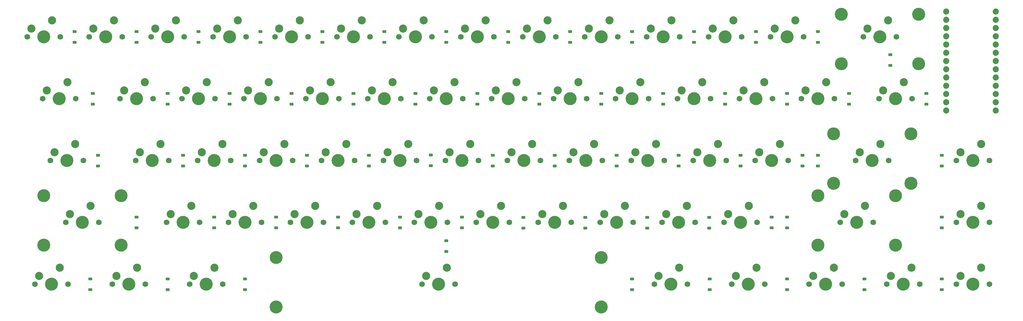
<source format=gbs>
G04 #@! TF.GenerationSoftware,KiCad,Pcbnew,8.0.0*
G04 #@! TF.CreationDate,2025-03-21T19:28:16+07:00*
G04 #@! TF.ProjectId,60Keyboard,36304b65-7962-46f6-9172-642e6b696361,rev?*
G04 #@! TF.SameCoordinates,Original*
G04 #@! TF.FileFunction,Soldermask,Bot*
G04 #@! TF.FilePolarity,Negative*
%FSLAX46Y46*%
G04 Gerber Fmt 4.6, Leading zero omitted, Abs format (unit mm)*
G04 Created by KiCad (PCBNEW 8.0.0) date 2025-03-21 19:28:16*
%MOMM*%
%LPD*%
G01*
G04 APERTURE LIST*
G04 Aperture macros list*
%AMRoundRect*
0 Rectangle with rounded corners*
0 $1 Rounding radius*
0 $2 $3 $4 $5 $6 $7 $8 $9 X,Y pos of 4 corners*
0 Add a 4 corners polygon primitive as box body*
4,1,4,$2,$3,$4,$5,$6,$7,$8,$9,$2,$3,0*
0 Add four circle primitives for the rounded corners*
1,1,$1+$1,$2,$3*
1,1,$1+$1,$4,$5*
1,1,$1+$1,$6,$7*
1,1,$1+$1,$8,$9*
0 Add four rect primitives between the rounded corners*
20,1,$1+$1,$2,$3,$4,$5,0*
20,1,$1+$1,$4,$5,$6,$7,0*
20,1,$1+$1,$6,$7,$8,$9,0*
20,1,$1+$1,$8,$9,$2,$3,0*%
G04 Aperture macros list end*
%ADD10C,1.750000*%
%ADD11C,4.000000*%
%ADD12C,2.500000*%
%ADD13C,3.987800*%
%ADD14C,1.879600*%
%ADD15RoundRect,0.225000X0.375000X-0.225000X0.375000X0.225000X-0.375000X0.225000X-0.375000X-0.225000X0*%
G04 APERTURE END LIST*
D10*
X94932500Y-47625000D03*
D11*
X100012500Y-47625000D03*
D10*
X105092500Y-47625000D03*
D12*
X96202500Y-45085000D03*
X102552500Y-42545000D03*
D11*
X254793750Y-2540000D03*
D13*
X254793750Y-17780000D03*
D11*
X278606250Y-2540000D03*
D13*
X278606250Y-17780000D03*
D10*
X42545000Y-9525000D03*
D11*
X47625000Y-9525000D03*
D10*
X52705000Y-9525000D03*
D12*
X43815000Y-6985000D03*
X50165000Y-4445000D03*
D10*
X199707500Y-66675000D03*
D11*
X204787500Y-66675000D03*
D10*
X209867500Y-66675000D03*
D12*
X200977500Y-64135000D03*
X207327500Y-61595000D03*
D10*
X80645000Y-9525000D03*
D11*
X85725000Y-9525000D03*
D10*
X90805000Y-9525000D03*
D12*
X81915000Y-6985000D03*
X88265000Y-4445000D03*
D11*
X180975000Y-92710000D03*
D13*
X180975000Y-77470000D03*
D11*
X80962500Y-92710000D03*
D13*
X80962500Y-77470000D03*
D10*
X75882500Y-47625000D03*
D11*
X80962500Y-47625000D03*
D10*
X86042500Y-47625000D03*
D12*
X77152500Y-45085000D03*
X83502500Y-42545000D03*
D10*
X4445000Y-9525000D03*
D11*
X9525000Y-9525000D03*
D10*
X14605000Y-9525000D03*
D12*
X5715000Y-6985000D03*
X12065000Y-4445000D03*
D10*
X218757500Y-66675000D03*
D11*
X223837500Y-66675000D03*
D10*
X228917500Y-66675000D03*
D12*
X220027500Y-64135000D03*
X226377500Y-61595000D03*
D11*
X33337500Y-73660000D03*
D13*
X33337500Y-58420000D03*
D11*
X9525000Y-73660000D03*
D13*
X9525000Y-58420000D03*
D10*
X156845000Y-9525000D03*
D11*
X161925000Y-9525000D03*
D10*
X167005000Y-9525000D03*
D12*
X158115000Y-6985000D03*
X164465000Y-4445000D03*
D10*
X11588750Y-47625000D03*
D11*
X16668750Y-47625000D03*
D10*
X21748750Y-47625000D03*
D12*
X12858750Y-45085000D03*
X19208750Y-42545000D03*
D10*
X290195000Y-47625000D03*
D11*
X295275000Y-47625000D03*
D10*
X300355000Y-47625000D03*
D12*
X291465000Y-45085000D03*
X297815000Y-42545000D03*
D10*
X290195000Y-85725000D03*
D11*
X295275000Y-85725000D03*
D10*
X300355000Y-85725000D03*
D12*
X291465000Y-83185000D03*
X297815000Y-80645000D03*
D10*
X261620000Y-9525000D03*
D11*
X266700000Y-9525000D03*
D10*
X271780000Y-9525000D03*
D12*
X262890000Y-6985000D03*
X269240000Y-4445000D03*
D10*
X16351250Y-66675000D03*
D11*
X21431250Y-66675000D03*
D10*
X26511250Y-66675000D03*
D12*
X17621250Y-64135000D03*
X23971250Y-61595000D03*
D10*
X61595000Y-9525000D03*
D11*
X66675000Y-9525000D03*
D10*
X71755000Y-9525000D03*
D12*
X62865000Y-6985000D03*
X69215000Y-4445000D03*
D10*
X85407500Y-66675000D03*
D11*
X90487500Y-66675000D03*
D10*
X95567500Y-66675000D03*
D12*
X86677500Y-64135000D03*
X93027500Y-61595000D03*
D10*
X54451250Y-85725000D03*
D11*
X59531250Y-85725000D03*
D10*
X64611250Y-85725000D03*
D12*
X55721250Y-83185000D03*
X62071250Y-80645000D03*
D10*
X66357500Y-66675000D03*
D11*
X71437500Y-66675000D03*
D10*
X76517500Y-66675000D03*
D12*
X67627500Y-64135000D03*
X73977500Y-61595000D03*
D10*
X33020000Y-28575000D03*
D11*
X38100000Y-28575000D03*
D10*
X43180000Y-28575000D03*
D12*
X34290000Y-26035000D03*
X40640000Y-23495000D03*
D10*
X233045000Y-9525000D03*
D11*
X238125000Y-9525000D03*
D10*
X243205000Y-9525000D03*
D12*
X234315000Y-6985000D03*
X240665000Y-4445000D03*
D10*
X244951250Y-85725000D03*
D11*
X250031250Y-85725000D03*
D10*
X255111250Y-85725000D03*
D12*
X246221250Y-83185000D03*
X252571250Y-80645000D03*
D10*
X161607500Y-66675000D03*
D11*
X166687500Y-66675000D03*
D10*
X171767500Y-66675000D03*
D12*
X162877500Y-64135000D03*
X169227500Y-61595000D03*
D10*
X147320000Y-28575000D03*
D11*
X152400000Y-28575000D03*
D10*
X157480000Y-28575000D03*
D12*
X148590000Y-26035000D03*
X154940000Y-23495000D03*
D10*
X242570000Y-28575000D03*
D11*
X247650000Y-28575000D03*
D10*
X252730000Y-28575000D03*
D12*
X243840000Y-26035000D03*
X250190000Y-23495000D03*
D10*
X30638750Y-85725000D03*
D11*
X35718750Y-85725000D03*
D10*
X40798750Y-85725000D03*
D12*
X31908750Y-83185000D03*
X38258750Y-80645000D03*
D10*
X268763750Y-85725000D03*
D11*
X273843750Y-85725000D03*
D10*
X278923750Y-85725000D03*
D12*
X270033750Y-83185000D03*
X276383750Y-80645000D03*
D10*
X290195000Y-66675000D03*
D11*
X295275000Y-66675000D03*
D10*
X300355000Y-66675000D03*
D12*
X291465000Y-64135000D03*
X297815000Y-61595000D03*
D10*
X166370000Y-28575000D03*
D11*
X171450000Y-28575000D03*
D10*
X176530000Y-28575000D03*
D12*
X167640000Y-26035000D03*
X173990000Y-23495000D03*
D10*
X197326250Y-85725000D03*
D11*
X202406250Y-85725000D03*
D10*
X207486250Y-85725000D03*
D12*
X198596250Y-83185000D03*
X204946250Y-80645000D03*
D10*
X213995000Y-9525000D03*
D11*
X219075000Y-9525000D03*
D10*
X224155000Y-9525000D03*
D12*
X215265000Y-6985000D03*
X221615000Y-4445000D03*
D11*
X271462500Y-73660000D03*
D13*
X271462500Y-58420000D03*
D11*
X247650000Y-73660000D03*
D13*
X247650000Y-58420000D03*
D10*
X133032500Y-47625000D03*
D11*
X138112500Y-47625000D03*
D10*
X143192500Y-47625000D03*
D12*
X134302500Y-45085000D03*
X140652500Y-42545000D03*
D14*
X287041496Y-1770000D03*
X287041496Y-4310000D03*
X287041496Y-6850000D03*
X287041496Y-9390000D03*
X287041496Y-11930000D03*
X287041496Y-14470000D03*
X287041496Y-17010000D03*
X287041496Y-19550000D03*
X287041496Y-22090000D03*
X287041496Y-24630000D03*
X287041496Y-27170000D03*
X287041496Y-29710000D03*
X287041496Y-32250000D03*
X302281496Y-1770000D03*
X302281496Y-4310000D03*
X302281496Y-6850000D03*
X302281496Y-9390000D03*
X302281496Y-11930000D03*
X302281496Y-14470000D03*
X302281496Y-17010000D03*
X302281496Y-19550000D03*
X302281496Y-22090000D03*
X302281496Y-24630000D03*
X302281496Y-27170000D03*
X302281496Y-29710000D03*
X302281496Y-32250000D03*
D10*
X23495000Y-9525000D03*
D11*
X28575000Y-9525000D03*
D10*
X33655000Y-9525000D03*
D12*
X24765000Y-6985000D03*
X31115000Y-4445000D03*
D10*
X266382500Y-28575000D03*
D11*
X271462500Y-28575000D03*
D10*
X276542500Y-28575000D03*
D12*
X267652500Y-26035000D03*
X274002500Y-23495000D03*
D10*
X221138750Y-85725000D03*
D11*
X226218750Y-85725000D03*
D10*
X231298750Y-85725000D03*
D12*
X222408750Y-83185000D03*
X228758750Y-80645000D03*
D10*
X128270000Y-28575000D03*
D11*
X133350000Y-28575000D03*
D10*
X138430000Y-28575000D03*
D12*
X129540000Y-26035000D03*
X135890000Y-23495000D03*
D10*
X171132500Y-47625000D03*
D11*
X176212500Y-47625000D03*
D10*
X181292500Y-47625000D03*
D12*
X172402500Y-45085000D03*
X178752500Y-42545000D03*
D10*
X223520000Y-28575000D03*
D11*
X228600000Y-28575000D03*
D10*
X233680000Y-28575000D03*
D12*
X224790000Y-26035000D03*
X231140000Y-23495000D03*
D10*
X37782500Y-47625000D03*
D11*
X42862500Y-47625000D03*
D10*
X47942500Y-47625000D03*
D12*
X39052500Y-45085000D03*
X45402500Y-42545000D03*
D10*
X204470000Y-28575000D03*
D11*
X209550000Y-28575000D03*
D10*
X214630000Y-28575000D03*
D12*
X205740000Y-26035000D03*
X212090000Y-23495000D03*
D10*
X90170000Y-28575000D03*
D11*
X95250000Y-28575000D03*
D10*
X100330000Y-28575000D03*
D12*
X91440000Y-26035000D03*
X97790000Y-23495000D03*
D10*
X56832500Y-47625000D03*
D11*
X61912500Y-47625000D03*
D10*
X66992500Y-47625000D03*
D12*
X58102500Y-45085000D03*
X64452500Y-42545000D03*
D10*
X104457500Y-66675000D03*
D11*
X109537500Y-66675000D03*
D10*
X114617500Y-66675000D03*
D12*
X105727500Y-64135000D03*
X112077500Y-61595000D03*
D10*
X109220000Y-28575000D03*
D11*
X114300000Y-28575000D03*
D10*
X119380000Y-28575000D03*
D12*
X110490000Y-26035000D03*
X116840000Y-23495000D03*
D10*
X123507500Y-66675000D03*
D11*
X128587500Y-66675000D03*
D10*
X133667500Y-66675000D03*
D12*
X124777500Y-64135000D03*
X131127500Y-61595000D03*
D10*
X6826250Y-85725000D03*
D11*
X11906250Y-85725000D03*
D10*
X16986250Y-85725000D03*
D12*
X8096250Y-83185000D03*
X14446250Y-80645000D03*
D10*
X209232500Y-47625000D03*
D11*
X214312500Y-47625000D03*
D10*
X219392500Y-47625000D03*
D12*
X210502500Y-45085000D03*
X216852500Y-42545000D03*
D10*
X118745000Y-9525000D03*
D11*
X123825000Y-9525000D03*
D10*
X128905000Y-9525000D03*
D12*
X120015000Y-6985000D03*
X126365000Y-4445000D03*
D10*
X125888750Y-85725000D03*
D11*
X130968750Y-85725000D03*
D10*
X136048750Y-85725000D03*
D12*
X127158750Y-83185000D03*
X133508750Y-80645000D03*
D10*
X185420000Y-28575000D03*
D11*
X190500000Y-28575000D03*
D10*
X195580000Y-28575000D03*
D12*
X186690000Y-26035000D03*
X193040000Y-23495000D03*
D10*
X152082500Y-47625000D03*
D11*
X157162500Y-47625000D03*
D10*
X162242500Y-47625000D03*
D12*
X153352500Y-45085000D03*
X159702500Y-42545000D03*
D10*
X259238750Y-47625000D03*
D11*
X264318750Y-47625000D03*
D10*
X269398750Y-47625000D03*
D12*
X260508750Y-45085000D03*
X266858750Y-42545000D03*
D10*
X254476250Y-66675000D03*
D11*
X259556250Y-66675000D03*
D10*
X264636250Y-66675000D03*
D12*
X255746250Y-64135000D03*
X262096250Y-61595000D03*
D10*
X99695000Y-9525000D03*
D11*
X104775000Y-9525000D03*
D10*
X109855000Y-9525000D03*
D12*
X100965000Y-6985000D03*
X107315000Y-4445000D03*
D10*
X47307500Y-66675000D03*
D11*
X52387500Y-66675000D03*
D10*
X57467500Y-66675000D03*
D12*
X48577500Y-64135000D03*
X54927500Y-61595000D03*
D10*
X113982500Y-47625000D03*
D11*
X119062500Y-47625000D03*
D10*
X124142500Y-47625000D03*
D12*
X115252500Y-45085000D03*
X121602500Y-42545000D03*
D10*
X228282500Y-47625000D03*
D11*
X233362500Y-47625000D03*
D10*
X238442500Y-47625000D03*
D12*
X229552500Y-45085000D03*
X235902500Y-42545000D03*
D11*
X276225000Y-54610000D03*
D13*
X276225000Y-39370000D03*
D11*
X252412500Y-54610000D03*
D13*
X252412500Y-39370000D03*
D10*
X9207500Y-28575000D03*
D11*
X14287500Y-28575000D03*
D10*
X19367500Y-28575000D03*
D12*
X10477500Y-26035000D03*
X16827500Y-23495000D03*
D10*
X71120000Y-28575000D03*
D11*
X76200000Y-28575000D03*
D10*
X81280000Y-28575000D03*
D12*
X72390000Y-26035000D03*
X78740000Y-23495000D03*
D10*
X52070000Y-28575000D03*
D11*
X57150000Y-28575000D03*
D10*
X62230000Y-28575000D03*
D12*
X53340000Y-26035000D03*
X59690000Y-23495000D03*
D10*
X194945000Y-9525000D03*
D11*
X200025000Y-9525000D03*
D10*
X205105000Y-9525000D03*
D12*
X196215000Y-6985000D03*
X202565000Y-4445000D03*
D10*
X142557500Y-66675000D03*
D11*
X147637500Y-66675000D03*
D10*
X152717500Y-66675000D03*
D12*
X143827500Y-64135000D03*
X150177500Y-61595000D03*
D10*
X180657500Y-66675000D03*
D11*
X185737500Y-66675000D03*
D10*
X190817500Y-66675000D03*
D12*
X181927500Y-64135000D03*
X188277500Y-61595000D03*
D10*
X175895000Y-9525000D03*
D11*
X180975000Y-9525000D03*
D10*
X186055000Y-9525000D03*
D12*
X177165000Y-6985000D03*
X183515000Y-4445000D03*
D10*
X137795000Y-9525000D03*
D11*
X142875000Y-9525000D03*
D10*
X147955000Y-9525000D03*
D12*
X139065000Y-6985000D03*
X145415000Y-4445000D03*
D10*
X190182500Y-47625000D03*
D11*
X195262500Y-47625000D03*
D10*
X200342500Y-47625000D03*
D12*
X191452500Y-45085000D03*
X197802500Y-42545000D03*
D15*
X133350000Y-11175000D03*
X133350000Y-7875000D03*
X195103750Y-68483750D03*
X195103750Y-65183750D03*
X38100000Y-11175000D03*
X38100000Y-7875000D03*
X38100000Y-68325000D03*
X38100000Y-65025000D03*
X24606250Y-30225000D03*
X24606250Y-26925000D03*
X47625000Y-30225000D03*
X47625000Y-26925000D03*
X285750000Y-68325000D03*
X285750000Y-65025000D03*
X185737500Y-49275000D03*
X185737500Y-45975000D03*
X119062500Y-68325000D03*
X119062500Y-65025000D03*
X223837500Y-49275000D03*
X223837500Y-45975000D03*
X238125000Y-30225000D03*
X238125000Y-26925000D03*
X80962500Y-68325000D03*
X80962500Y-65025000D03*
X247650000Y-11175000D03*
X247650000Y-7875000D03*
X269875000Y-18318750D03*
X269875000Y-15018750D03*
X214312500Y-87375000D03*
X214312500Y-84075000D03*
X285750000Y-49275000D03*
X285750000Y-45975000D03*
X66675000Y-30225000D03*
X66675000Y-26925000D03*
X209550000Y-11175000D03*
X209550000Y-7875000D03*
X147637500Y-49275000D03*
X147637500Y-45975000D03*
X190500000Y-87375000D03*
X190500000Y-84075000D03*
X138112500Y-68325000D03*
X138112500Y-65025000D03*
X176053750Y-68483750D03*
X176053750Y-65183750D03*
X52387500Y-49275000D03*
X52387500Y-45975000D03*
X161925000Y-30225000D03*
X161925000Y-26925000D03*
X133350000Y-75627500D03*
X133350000Y-72327500D03*
X95250000Y-11175000D03*
X95250000Y-7875000D03*
X219075000Y-30225000D03*
X219075000Y-26925000D03*
X128587500Y-49212500D03*
X128587500Y-45912500D03*
X166687500Y-49275000D03*
X166687500Y-45975000D03*
X233362500Y-68325000D03*
X233362500Y-65025000D03*
X247650000Y-49275000D03*
X247650000Y-45975000D03*
X142875000Y-30225000D03*
X142875000Y-26925000D03*
X114300000Y-11175000D03*
X114300000Y-7875000D03*
X57150000Y-11175000D03*
X57150000Y-7875000D03*
X123825000Y-30225000D03*
X123825000Y-26925000D03*
X190500000Y-11175000D03*
X190500000Y-7875000D03*
X19050000Y-11175000D03*
X19050000Y-7875000D03*
X71437500Y-49337500D03*
X71437500Y-46037500D03*
X200025000Y-30225000D03*
X200025000Y-26925000D03*
X90487500Y-49337500D03*
X90487500Y-46037500D03*
X180975000Y-30225000D03*
X180975000Y-26925000D03*
X261937500Y-87375000D03*
X261937500Y-84075000D03*
X104775000Y-30225000D03*
X104775000Y-26925000D03*
X23812500Y-87375000D03*
X23812500Y-84075000D03*
X76200000Y-11175000D03*
X76200000Y-7875000D03*
X152400000Y-11175000D03*
X152400000Y-7875000D03*
X285750000Y-87375000D03*
X285750000Y-84075000D03*
X100012500Y-68325000D03*
X100012500Y-65025000D03*
X71437500Y-87375000D03*
X71437500Y-84075000D03*
X214153750Y-68483750D03*
X214153750Y-65183750D03*
X257175000Y-30225000D03*
X257175000Y-26925000D03*
X204787500Y-49275000D03*
X204787500Y-45975000D03*
X61912500Y-68325000D03*
X61912500Y-65025000D03*
X47625000Y-87375000D03*
X47625000Y-84075000D03*
X171450000Y-11175000D03*
X171450000Y-7875000D03*
X26193750Y-49275000D03*
X26193750Y-45975000D03*
X238125000Y-87375000D03*
X238125000Y-84075000D03*
X85725000Y-30225000D03*
X85725000Y-26925000D03*
X109537500Y-49275000D03*
X109537500Y-45975000D03*
X238125000Y-68325000D03*
X238125000Y-65025000D03*
X280987500Y-30225000D03*
X280987500Y-26925000D03*
X157003750Y-68483750D03*
X157003750Y-65183750D03*
X242887500Y-49275000D03*
X242887500Y-45975000D03*
X228600000Y-11175000D03*
X228600000Y-7875000D03*
M02*

</source>
